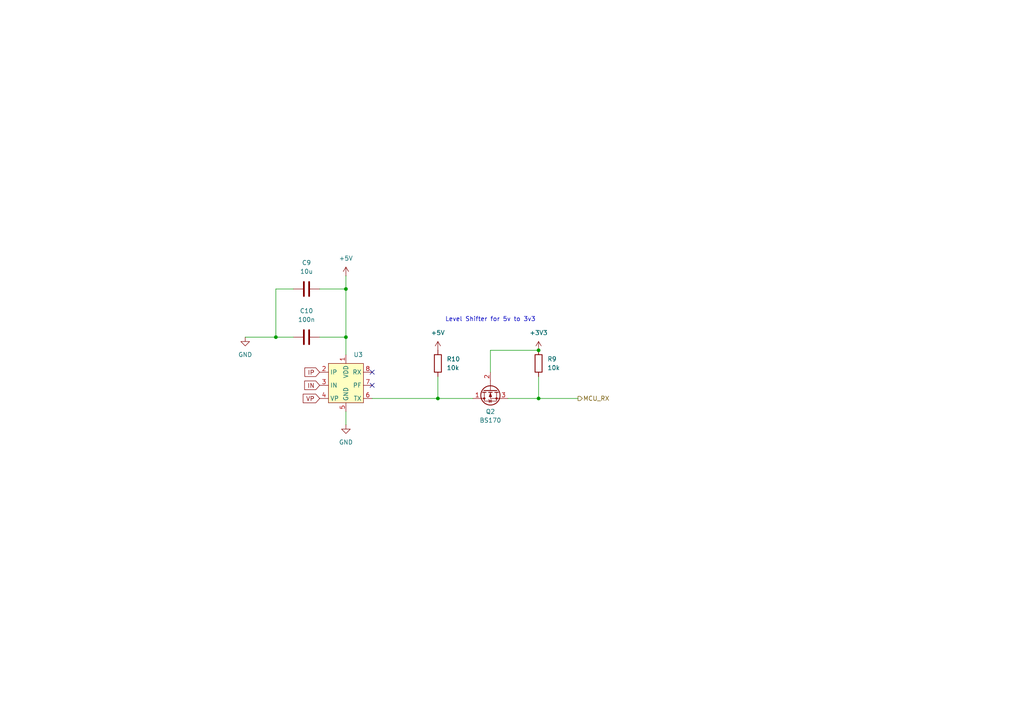
<source format=kicad_sch>
(kicad_sch (version 20231120) (generator "eeschema") (generator_version "8.0")
  (paper "A4")
  (title_block (title "Energy Monitor") (date "2024-12-28"))
  (lib_symbols
    (symbol "Device:C" (pin_numbers hide) (pin_names (offset 0.254))
      (property "Reference" "C" (at 0.635 2.54 0))
      (property "Value" "C" (at 0.635 -2.54 0))
      (symbol "C_0_1"
        (polyline (pts (xy -2.032 -0.762) (xy 2.032 -0.762)) (stroke (width 0.508)))
        (polyline (pts (xy -2.032 0.762) (xy 2.032 0.762)) (stroke (width 0.508)))
      )
      (symbol "C_1_1"
        (pin passive line (at 0 3.81 270) (length 2.794) (name "~") (number "1"))
        (pin passive line (at 0 -3.81 90) (length 2.794) (name "~") (number "2"))
      )
    )
    (symbol "Device:R" (pin_numbers hide) (pin_names (offset 0))
      (property "Reference" "R" (at 2.032 0 90))
      (property "Value" "R" (at 0 0 90))
      (symbol "R_0_1"
        (rectangle (start -1.016 -2.54) (end 1.016 2.54) (stroke (width 0.254)))
      )
      (symbol "R_1_1"
        (pin passive line (at 0 3.81 270) (length 1.27) (name "~") (number "1"))
        (pin passive line (at 0 -3.81 90) (length 1.27) (name "~") (number "2"))
      )
    )
    (symbol "Transistor_FET:BS170" (pin_names hide)
      (property "Reference" "Q" (at 5.08 1.905 0))
      (property "Value" "BS170" (at 5.08 0 0))
      (symbol "BS170_0_1"
        (polyline (pts (xy 0.254 0) (xy -2.54 0)))
        (polyline (pts (xy 0.254 1.905) (xy 0.254 -1.905)) (stroke (width 0.254)))
        (polyline (pts (xy 0.762 -1.27) (xy 0.762 -2.286)) (stroke (width 0.254)))
        (polyline (pts (xy 0.762 0.508) (xy 0.762 -0.508)) (stroke (width 0.254)))
        (polyline (pts (xy 0.762 2.286) (xy 0.762 1.27)) (stroke (width 0.254)))
        (polyline (pts (xy 2.54 2.54) (xy 2.54 1.778)))
        (polyline (pts (xy 2.54 -2.54) (xy 2.54 0) (xy 0.762 0)))
        (polyline (pts (xy 0.762 -1.778) (xy 3.302 -1.778) (xy 3.302 1.778) (xy 0.762 1.778)))
        (polyline (pts (xy 1.016 0) (xy 2.032 0.381) (xy 2.032 -0.381) (xy 1.016 0)) (fill (type outline)))
        (polyline (pts (xy 2.794 0.508) (xy 2.921 0.381) (xy 3.683 0.381) (xy 3.81 0.254)))
        (polyline (pts (xy 3.302 0.381) (xy 2.921 -0.254) (xy 3.683 -0.254) (xy 3.302 0.381)))
        (circle (center 1.651 0) (radius 2.794) (stroke (width 0.254)))
        (circle (center 2.54 -1.778) (radius 0.254) (fill (type outline)))
        (circle (center 2.54 1.778) (radius 0.254) (fill (type outline)))
      )
      (symbol "BS170_1_1"
        (pin passive line (at 2.54 5.08 270) (length 2.54) (name "D") (number "1"))
        (pin input line (at -5.08 0 0) (length 2.54) (name "G") (number "2"))
        (pin passive line (at 2.54 -5.08 90) (length 2.54) (name "S") (number "3"))
      )
    )
    (symbol "mains_mon:HLW8032"
      (property "Reference" "U" (at 0 0.508 0))
      (symbol "HLW8032_1_1"
        (rectangle (start -5.08 6.35) (end 5.08 -5.08) (fill (type background)))
        (pin power_in line (at 0 8.89 270) (length 2.54) (name "VDD") (number "1"))
        (pin input line (at -7.62 3.81 0) (length 2.54) (name "IP") (number "2"))
        (pin input line (at -7.62 0 0) (length 2.54) (name "IN") (number "3"))
        (pin input line (at -7.62 -3.81 0) (length 2.54) (name "VP") (number "4"))
        (pin power_in line (at 0 -7.62 90) (length 2.54) (name "GND") (number "5"))
        (pin output line (at 7.62 -3.81 180) (length 2.54) (name "TX") (number "6"))
        (pin output line (at 7.62 0 180) (length 2.54) (name "PF") (number "7"))
        (pin output line (at 7.62 3.81 180) (length 2.54) (name "RX") (number "8"))
      )
    )
    (symbol "power:+3V3" (power) (pin_numbers hide) (pin_names (offset 0) hide)
      (property "Value" "+3V3" (at 0 3.556 0))
      (symbol "+3V3_0_1"
        (polyline (pts (xy -0.762 1.27) (xy 0 2.54)))
        (polyline (pts (xy 0 0) (xy 0 2.54)))
        (polyline (pts (xy 0 2.54) (xy 0.762 1.27)))
      )
      (symbol "+3V3_1_1"
        (pin power_in line (at 0 0 90) (length 0) (name "~") (number "1"))
      )
    )
    (symbol "power:+5V" (power) (pin_numbers hide) (pin_names (offset 0) hide)
      (property "Value" "+5V" (at 0 3.556 0))
      (symbol "+5V_0_1"
        (polyline (pts (xy -0.762 1.27) (xy 0 2.54)))
        (polyline (pts (xy 0 0) (xy 0 2.54)))
        (polyline (pts (xy 0 2.54) (xy 0.762 1.27)))
      )
      (symbol "+5V_1_1"
        (pin power_in line (at 0 0 90) (length 0) (name "~") (number "1"))
      )
    )
    (symbol "power:GND" (power) (pin_numbers hide) (pin_names (offset 0) hide)
      (property "Value" "GND" (at 0 -3.81 0))
      (symbol "GND_0_1"
        (polyline (pts (xy 0 0) (xy 0 -1.27) (xy 1.27 -1.27) (xy 0 -2.54) (xy -1.27 -1.27) (xy 0 -1.27)))
      )
      (symbol "GND_1_1"
        (pin power_in line (at 0 0 270) (length 0) (name "~") (number "1"))
      )
    )
  )
  (junction (at 80.01 97.79))
  (junction (at 127 115.57))
  (junction (at 156.21 115.57))
  (junction (at 100.33 83.82))
  (junction (at 100.33 97.79))
  (junction (at 156.21 101.6))
  (no_connect (at 107.95 107.95))
  (no_connect (at 107.95 111.76))
  (wire (pts (xy 147.32 115.57) (xy 156.21 115.57)))
  (wire (pts (xy 100.33 80.01) (xy 100.33 83.82)))
  (wire (pts (xy 92.71 83.82) (xy 100.33 83.82)))
  (wire (pts (xy 100.33 97.79) (xy 100.33 102.87)))
  (wire (pts (xy 156.21 109.22) (xy 156.21 115.57)))
  (wire (pts (xy 80.01 97.79) (xy 85.09 97.79)))
  (wire (pts (xy 156.21 115.57) (xy 167.64 115.57)))
  (wire (pts (xy 107.95 115.57) (xy 127 115.57)))
  (wire (pts (xy 71.12 97.79) (xy 80.01 97.79)))
  (wire (pts (xy 80.01 83.82) (xy 80.01 97.79)))
  (wire (pts (xy 80.01 83.82) (xy 85.09 83.82)))
  (wire (pts (xy 100.33 83.82) (xy 100.33 97.79)))
  (wire (pts (xy 142.24 107.95) (xy 142.24 101.6)))
  (wire (pts (xy 127 115.57) (xy 137.16 115.57)))
  (wire (pts (xy 127 109.22) (xy 127 115.57)))
  (wire (pts (xy 100.33 97.79) (xy 92.71 97.79)))
  (wire (pts (xy 100.33 119.38) (xy 100.33 123.19)))
  (wire (pts (xy 142.24 101.6) (xy 156.21 101.6)))
  (text "Level Shifter for 5v to 3v3\n" (at 142.24 92.71 0) (effects (font (size 1.27 1.27))))
  (global_label "IP" (shape input) (at 92.71 107.95 180) (property "Intersheetrefs" "${INTERSHEET_REFS}" (effects (hide yes))))
  (global_label "IN" (shape input) (at 92.71 111.76 180) (property "Intersheetrefs" "${INTERSHEET_REFS}" (effects (hide yes))))
  (global_label "VP" (shape input) (at 92.71 115.57 180) (property "Intersheetrefs" "${INTERSHEET_REFS}" (effects (hide yes))))
  (hierarchical_label "MCU_RX" (shape output) (at 167.64 115.57 0))
  (symbol (lib_id "Transistor_FET:BS170") (at 142.24 113.03 90) (mirror x) (unit 1)
    (property "Reference" "Q2" (at 142.24 119.38 90))
    (property "Value" "BS170" (at 142.24 121.92 90))
    (property "Footprint" "Package_TO_SOT_THT:TO-92_Inline" (effects (hide yes)))
    (property "Datasheet" "https://www.onsemi.com/pub/Collateral/BS170-D.PDF" (effects (hide yes)))
    (property "Description" "0.5A Id, 60V Vds, N-Channel MOSFET, TO-92" (effects (hide yes)))
  )
  (symbol (lib_id "Device:R") (at 156.21 105.41 0) (unit 1)
    (property "Reference" "R9" (at 158.75 104.1399 0) (effects (justify left)))
    (property "Value" "10k" (at 158.75 106.6799 0) (effects (justify left)))
    (property "Description" "Resistor" (effects (hide yes)))
  )
  (symbol (lib_id "power:GND") (at 100.33 123.19 0) (unit 1)
    (property "Reference" "#PWR06" (effects (hide yes)))
    (property "Value" "GND" (at 100.33 128.27 0))
    (property "Description" "Power symbol creates a global label with name \"GND\" , ground" (effects (hide yes)))
  )
  (symbol (lib_id "Device:C") (at 88.9 97.79 270) (unit 1)
    (property "Reference" "C10" (at 88.9 90.17 90))
    (property "Value" "100n" (at 88.9 92.71 90))
    (property "Footprint" "Capacitor_SMD:C_0805_2012Metric_Pad1.18x1.45mm_HandSolder" (effects (hide yes)))
    (property "Description" "Unpolarized capacitor" (effects (hide yes)))
  )
  (symbol (lib_id "Device:R") (at 127 105.41 0) (unit 1)
    (property "Reference" "R10" (at 129.54 104.1399 0) (effects (justify left)))
    (property "Value" "10k" (at 129.54 106.6799 0) (effects (justify left)))
    (property "Description" "Resistor" (effects (hide yes)))
  )
  (symbol (lib_id "Device:C") (at 88.9 83.82 270) (unit 1)
    (property "Reference" "C9" (at 88.9 76.2 90))
    (property "Value" "10u" (at 88.9 78.74 90))
    (property "Footprint" "Capacitor_SMD:C_0805_2012Metric_Pad1.18x1.45mm_HandSolder" (effects (hide yes)))
    (property "Description" "Unpolarized capacitor" (effects (hide yes)))
  )
  (symbol (lib_id "power:+5V") (at 100.33 80.01 0) (unit 1)
    (property "Reference" "#PWR05" (effects (hide yes)))
    (property "Value" "+5V" (at 100.33 74.93 0))
    (property "Description" "Power symbol creates a global label with name \"+5V\"" (effects (hide yes)))
  )
  (symbol (lib_id "power:GND") (at 71.12 97.79 0) (unit 1)
    (property "Reference" "#PWR020" (effects (hide yes)))
    (property "Value" "GND" (at 71.12 102.87 0))
    (property "Description" "Power symbol creates a global label with name \"GND\" , ground" (effects (hide yes)))
  )
  (symbol (lib_id "power:+5V") (at 127 101.6 0) (unit 1)
    (property "Reference" "#PWR018" (effects (hide yes)))
    (property "Value" "+5V" (at 127 96.52 0))
    (property "Description" "Power symbol creates a global label with name \"+5V\"" (effects (hide yes)))
  )
  (symbol (lib_id "mains_mon:HLW8032") (at 100.33 111.76 0) (unit 1)
    (property "Reference" "U3" (at 102.5241 102.87 0) (effects (justify left)))
    (property "Value" "HLW8032" (effects (hide yes)))
    (property "Footprint" "Package_SO:SSOP-8_3.9x5.05mm_P1.27mm" (effects (hide yes)))
    (property "Datasheet" "https://w2.electrodragon.com/Chip-cn-dat/HLW-dat/HLW8032-dat/HLW8032.pdf" (effects (hide yes)))
    (property "Description" "A high-percision energy monitoring IC" (effects (hide yes)))
  )
  (symbol (lib_id "power:+3V3") (at 156.21 101.6 0) (unit 1)
    (property "Reference" "#PWR019" (effects (hide yes)))
    (property "Value" "+3V3" (at 156.21 96.52 0))
    (property "Description" "Power symbol creates a global label with name \"+3V3\"" (effects (hide yes)))
  )
)
</source>
